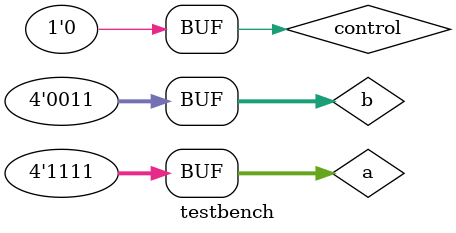
<source format=v>

module adder_subtractor (result,carry,overflow,a,b,control);
output [3:0] result;
output carry;
output overflow;
input [3:0] a;
input [3:0] b;
input control;
wire [2:0] c;
wire [3:0] b_;
ones_compliment OC1(.b_(b_),.b(b),.control(control));

// 4 instances of individual full adder blocks
FA FA0 (.s(result[0]),.co(c[0]),.a(a[0]),.b_(b_[0]),.ci(control));
FA FA1 (.s(result[1]),.co(c[1]),.a(a[1]),.b_(b_[1]),.ci(c[0]));
FA FA2 (.s(result[2]),.co(c[2]),.a(a[2]),.b_(b_[2]),.ci(c[1]));
FA FA3 (.s(result[3]),.co(carry),.a(a[3]),.b_(b_[3]),.ci(c[2]));

//Checking for overflow
xor(overflow,carry,c[2]);

endmodule

// module declaration for taking one's compliment in case of subtraction
module ones_compliment (b_,b,control);
output [3:0] b_;
input [3:0] b;
input control;
xor (b_[0],b[0],control);
xor (b_[1],b[1],control);
xor (b_[2],b[2],control);
xor (b_[3],b[3],control);
endmodule

// module declaration for FA
module FA (s,co,a,b_,ci);
output s,co;
input a,b_,ci;
wire ps,pc0,pc1;

//2 instances of individual half adders
HA HA0 (.ip1(a),.ip2(b_),.hs(ps),.hc(pc0));
HA HA1 (.ip1(ps),.ip2(ci),.hs(s),.hc(pc1));
or (co,pc0,pc1);
endmodule

// module declaration for HA
module HA (ip1,ip2,hs,hc);
output hs,hc;
input ip1,ip2;
xor (hs,ip1,ip2);
and (hc,ip1,ip2);
endmodule

// Test bench for Full Adder
module testbench;
wire [3:0] result;
wire carry;
wire overflow;
reg control;
reg [3:0] a;
reg [3:0] b;

adder_subtractor r1 (.result(result),.carry(carry),.overflow(overflow),.a(a),.b(b),.control(control));

initial begin

$dumpfile("testbench.vcd");
 $dumpvars(0,testbench);

a= 4'b0; b= 4'b0; control=1'b1;
#5 //Delay of 5 clock cycles.
a= 4'b0011; b= 4'b0010; control=1'b1;
#5
a= 4'b0101; b= 4'b1010; control=1'b1; 
#5
a= 4'b1111; b= 4'b0011; control=1'b0;

end

initial $monitor (" Control bit : %b",control, " A = %b",a, " B = %b",b, " Result = %b",result, " Carry = %d",carry, " Overflow bit = %d",overflow);

endmodule

</source>
